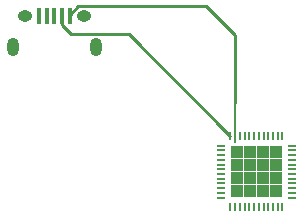
<source format=gbr>
G04 #@! TF.GenerationSoftware,KiCad,Pcbnew,(2017-01-21 revision 33449216b)-makepkg*
G04 #@! TF.CreationDate,2017-01-22T00:37:00+01:00*
G04 #@! TF.ProjectId,vartaunik,7661727461756E696B2E6B696361645F,rev?*
G04 #@! TF.FileFunction,Copper,L1,Top,Signal*
G04 #@! TF.FilePolarity,Positive*
%FSLAX46Y46*%
G04 Gerber Fmt 4.6, Leading zero omitted, Abs format (unit mm)*
G04 Created by KiCad (PCBNEW (2017-01-21 revision 33449216b)-makepkg) date Sun Jan 22 00:37:00 2017*
%MOMM*%
%LPD*%
G01*
G04 APERTURE LIST*
%ADD10C,0.100000*%
%ADD11R,1.112500X1.112500*%
%ADD12R,0.200000X0.800000*%
%ADD13R,0.800000X0.200000*%
%ADD14O,1.000000X1.550000*%
%ADD15O,1.250000X0.950000*%
%ADD16R,0.400000X1.350000*%
%ADD17C,0.250000*%
%ADD18C,0.200000*%
G04 APERTURE END LIST*
D10*
D11*
X51706059Y-33914750D03*
X51706059Y-35027250D03*
X51706059Y-36139750D03*
X51706059Y-37252250D03*
X52818559Y-33914750D03*
X52818559Y-35027250D03*
X52818559Y-36139750D03*
X52818559Y-37252250D03*
X53931059Y-33914750D03*
X53931059Y-35027250D03*
X53931059Y-36139750D03*
X53931059Y-37252250D03*
X55043559Y-33914750D03*
X55043559Y-35027250D03*
X55043559Y-36139750D03*
X55043559Y-37252250D03*
D12*
X51174809Y-32583500D03*
X51574809Y-32583500D03*
X51974809Y-32583500D03*
X52374809Y-32583500D03*
X52774809Y-32583500D03*
X53174809Y-32583500D03*
X53574809Y-32583500D03*
X53974809Y-32583500D03*
X54374809Y-32583500D03*
X54774809Y-32583500D03*
X55174809Y-32583500D03*
X55574809Y-32583500D03*
D13*
X56374809Y-33383500D03*
X56374809Y-33783500D03*
X56374809Y-34183500D03*
X56374809Y-34583500D03*
X56374809Y-34983500D03*
X56374809Y-35383500D03*
X56374809Y-35783500D03*
X56374809Y-36183500D03*
X56374809Y-36583500D03*
X56374809Y-36983500D03*
X56374809Y-37383500D03*
X56374809Y-37783500D03*
D12*
X55574809Y-38583500D03*
X55174809Y-38583500D03*
X54774809Y-38583500D03*
X54374809Y-38583500D03*
X53974809Y-38583500D03*
X53574809Y-38583500D03*
X53174809Y-38583500D03*
X52774809Y-38583500D03*
X52374809Y-38583500D03*
X51974809Y-38583500D03*
X51574809Y-38583500D03*
X51174809Y-38583500D03*
D13*
X50374809Y-37783500D03*
X50374809Y-37383500D03*
X50374809Y-36983500D03*
X50374809Y-36583500D03*
X50374809Y-36183500D03*
X50374809Y-35783500D03*
X50374809Y-35383500D03*
X50374809Y-34983500D03*
X50374809Y-34583500D03*
X50374809Y-34183500D03*
X50374809Y-33783500D03*
X50374809Y-33383500D03*
D14*
X39776400Y-25069800D03*
X32776400Y-25069800D03*
D15*
X38776400Y-22369800D03*
X33776400Y-22369800D03*
D16*
X37576400Y-22369800D03*
X36926400Y-22369800D03*
X36276400Y-22369800D03*
X35626400Y-22369800D03*
X34976400Y-22369800D03*
D17*
X36926400Y-22369800D02*
X36926400Y-23179802D01*
X36926400Y-23179802D02*
X37716388Y-23969790D01*
X37716388Y-23969790D02*
X42561099Y-23969790D01*
X42561099Y-23969790D02*
X51149808Y-32558499D01*
X51149808Y-32558499D02*
X51149808Y-32583500D01*
D18*
X51574809Y-32583500D02*
X51574809Y-33058499D01*
D17*
X51574809Y-24010729D02*
X49133870Y-21569790D01*
X49133870Y-21569790D02*
X38295026Y-21569790D01*
X38295026Y-21569790D02*
X37576400Y-22288416D01*
X37576400Y-22288416D02*
X37576400Y-22369800D01*
X51574809Y-29807009D02*
X51574809Y-24010729D01*
D18*
X51574809Y-32583500D02*
X51574809Y-29807009D01*
D17*
X37576400Y-22369800D02*
X37589480Y-22369800D01*
M02*

</source>
